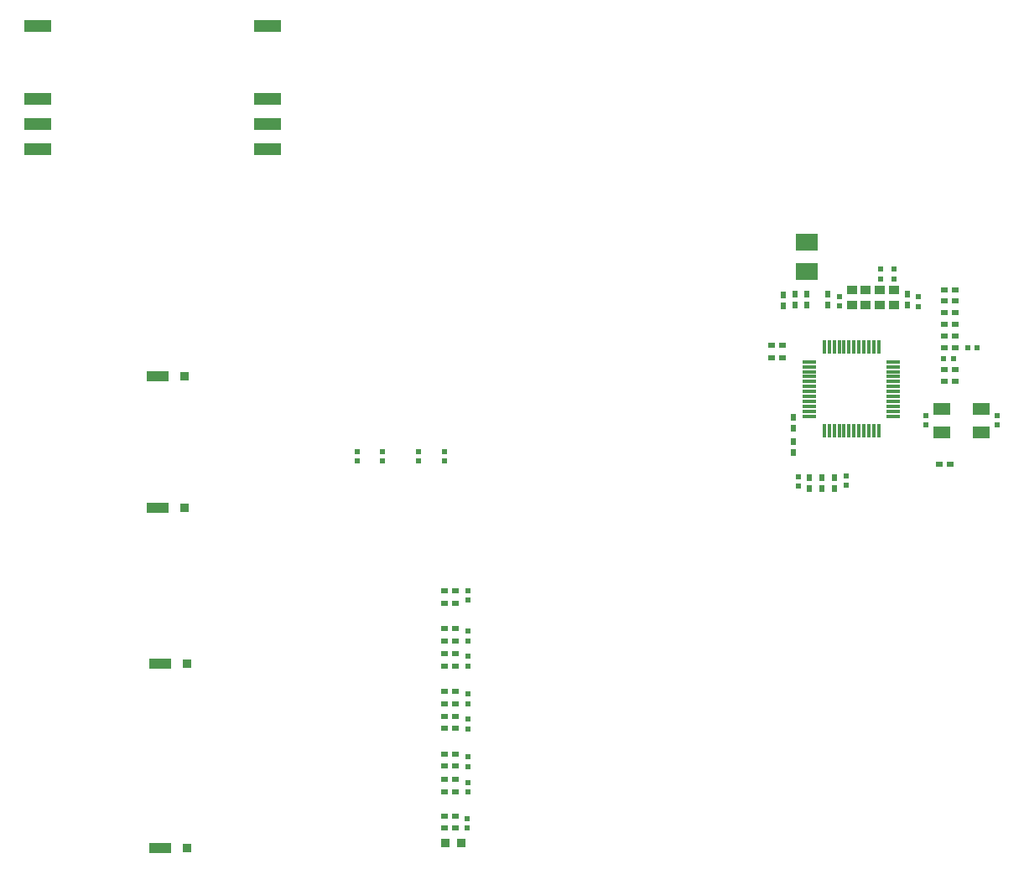
<source format=gbp>
G04*
G04 #@! TF.GenerationSoftware,Altium Limited,Altium Designer,22.2.1 (43)*
G04*
G04 Layer_Color=128*
%FSLAX25Y25*%
%MOIN*%
G70*
G04*
G04 #@! TF.SameCoordinates,1D5F905C-50EE-4002-88AC-00FA8B853EC3*
G04*
G04*
G04 #@! TF.FilePolarity,Positive*
G04*
G01*
G75*
%ADD22R,0.02362X0.02953*%
%ADD23R,0.02953X0.02362*%
%ADD26R,0.02441X0.02205*%
%ADD42R,0.02205X0.02441*%
%ADD72R,0.07087X0.04724*%
%ADD246R,0.10630X0.04724*%
%ADD247R,0.03347X0.03347*%
%ADD248R,0.08543X0.04409*%
%ADD249R,0.01181X0.05709*%
%ADD250R,0.05709X0.01181*%
%ADD251R,0.03937X0.03347*%
%ADD252R,0.09055X0.07087*%
%ADD253R,0.03543X0.03740*%
D22*
X329429Y476782D02*
D03*
Y481113D02*
D03*
X360931D02*
D03*
Y476782D02*
D03*
X331930Y403987D02*
D03*
Y408318D02*
D03*
X326851Y403948D02*
D03*
Y408278D02*
D03*
X311653Y476743D02*
D03*
Y481074D02*
D03*
X321103Y476782D02*
D03*
Y481113D02*
D03*
X316379D02*
D03*
Y476782D02*
D03*
X315552Y432334D02*
D03*
Y428003D02*
D03*
X322127Y408278D02*
D03*
Y403948D02*
D03*
X315551Y418159D02*
D03*
Y422490D02*
D03*
D23*
X311182Y455956D02*
D03*
X306851D02*
D03*
X311182Y460878D02*
D03*
X306851D02*
D03*
X373583Y413593D02*
D03*
X377914D02*
D03*
X380158Y464494D02*
D03*
X375828D02*
D03*
X380158Y469141D02*
D03*
X375828D02*
D03*
X380158Y473787D02*
D03*
X375828D02*
D03*
X380158Y483079D02*
D03*
X375828D02*
D03*
Y451148D02*
D03*
X380158D02*
D03*
X375828Y446502D02*
D03*
X380158D02*
D03*
X375828Y459847D02*
D03*
X380158D02*
D03*
X375828Y478551D02*
D03*
X380158D02*
D03*
X177127Y283317D02*
D03*
X181457D02*
D03*
X177127Y288239D02*
D03*
X181457D02*
D03*
X177127Y293435D02*
D03*
X181457D02*
D03*
X177127Y308435D02*
D03*
X181457D02*
D03*
X177127Y313357D02*
D03*
X181457D02*
D03*
X177127Y318395D02*
D03*
X181457D02*
D03*
X177127Y323318D02*
D03*
X181457D02*
D03*
X177127Y343396D02*
D03*
X181457D02*
D03*
X177127Y348319D02*
D03*
X181457D02*
D03*
X177127Y363278D02*
D03*
X181457D02*
D03*
X177127Y358356D02*
D03*
X181457D02*
D03*
Y273436D02*
D03*
X177127D02*
D03*
X181457Y268907D02*
D03*
X177127D02*
D03*
Y333396D02*
D03*
X181457D02*
D03*
X177127Y338318D02*
D03*
X181457D02*
D03*
X177127Y298357D02*
D03*
X181457D02*
D03*
D26*
X336615Y409066D02*
D03*
Y405286D02*
D03*
X396654Y432963D02*
D03*
Y429184D02*
D03*
X368504D02*
D03*
Y432963D02*
D03*
X350473Y491114D02*
D03*
Y487334D02*
D03*
X355631Y491113D02*
D03*
Y487333D02*
D03*
X317520Y404932D02*
D03*
Y408711D02*
D03*
X177048Y414814D02*
D03*
Y418593D02*
D03*
X142205Y414814D02*
D03*
Y418593D02*
D03*
X152245Y414814D02*
D03*
Y418593D02*
D03*
X166772Y414814D02*
D03*
Y418593D02*
D03*
X365499Y480188D02*
D03*
Y476408D02*
D03*
X333997Y480247D02*
D03*
Y476467D02*
D03*
X186025Y268948D02*
D03*
Y272727D02*
D03*
X186379Y283278D02*
D03*
Y287058D02*
D03*
X186321Y293396D02*
D03*
Y297176D02*
D03*
Y308357D02*
D03*
Y312137D02*
D03*
Y318357D02*
D03*
Y322137D02*
D03*
Y343357D02*
D03*
Y347137D02*
D03*
X186339Y363318D02*
D03*
Y359538D02*
D03*
X186321Y333357D02*
D03*
Y337137D02*
D03*
D42*
X384903Y459774D02*
D03*
X388683D02*
D03*
X379233Y455441D02*
D03*
X375453D02*
D03*
D72*
X390394Y426192D02*
D03*
X374646D02*
D03*
Y435640D02*
D03*
X390394D02*
D03*
D246*
X106694Y587806D02*
D03*
X15355D02*
D03*
X106694Y538987D02*
D03*
Y548987D02*
D03*
Y558987D02*
D03*
X15355D02*
D03*
Y548987D02*
D03*
Y538987D02*
D03*
D247*
X74528Y261074D02*
D03*
Y334263D02*
D03*
X73662Y396310D02*
D03*
Y448711D02*
D03*
D248*
X63977Y261074D02*
D03*
Y334263D02*
D03*
X63111Y396310D02*
D03*
Y448711D02*
D03*
D249*
X349607Y426881D02*
D03*
X347639D02*
D03*
X345670D02*
D03*
X343702D02*
D03*
X341733D02*
D03*
X339764D02*
D03*
X337796D02*
D03*
X335827D02*
D03*
X333859D02*
D03*
X331891D02*
D03*
X329922D02*
D03*
X327954D02*
D03*
Y460148D02*
D03*
X329922D02*
D03*
X331891D02*
D03*
X333859D02*
D03*
X335827D02*
D03*
X337796D02*
D03*
X339764D02*
D03*
X341733D02*
D03*
X343702D02*
D03*
X345670D02*
D03*
X347639D02*
D03*
X349607D02*
D03*
D250*
X322146Y432688D02*
D03*
Y434656D02*
D03*
Y436625D02*
D03*
Y438593D02*
D03*
Y440562D02*
D03*
Y442530D02*
D03*
Y444499D02*
D03*
Y446467D02*
D03*
Y448436D02*
D03*
Y450404D02*
D03*
Y452373D02*
D03*
Y454341D02*
D03*
X355414D02*
D03*
Y452373D02*
D03*
Y450404D02*
D03*
Y448436D02*
D03*
Y446467D02*
D03*
Y444499D02*
D03*
Y442530D02*
D03*
Y440562D02*
D03*
Y438593D02*
D03*
Y436625D02*
D03*
Y434656D02*
D03*
Y432688D02*
D03*
D251*
X338899Y476979D02*
D03*
Y482885D02*
D03*
X355674D02*
D03*
Y476979D02*
D03*
X350082Y482885D02*
D03*
Y476979D02*
D03*
X344491Y482885D02*
D03*
Y476979D02*
D03*
D252*
X321024Y490365D02*
D03*
Y501782D02*
D03*
D253*
X183623Y263003D02*
D03*
X177324D02*
D03*
M02*

</source>
